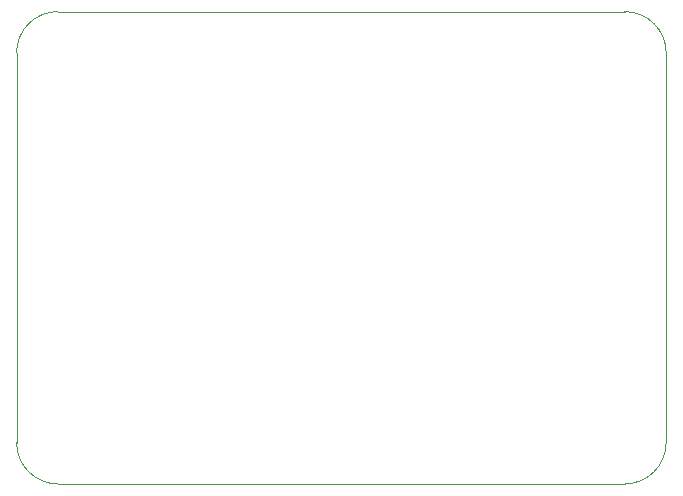
<source format=gbr>
%TF.GenerationSoftware,KiCad,Pcbnew,8.0.1*%
%TF.CreationDate,2024-12-16T22:11:15-05:00*%
%TF.ProjectId,cm,636d2e6b-6963-4616-945f-706362585858,rev?*%
%TF.SameCoordinates,Original*%
%TF.FileFunction,Profile,NP*%
%FSLAX46Y46*%
G04 Gerber Fmt 4.6, Leading zero omitted, Abs format (unit mm)*
G04 Created by KiCad (PCBNEW 8.0.1) date 2024-12-16 22:11:15*
%MOMM*%
%LPD*%
G01*
G04 APERTURE LIST*
%TA.AperFunction,Profile*%
%ADD10C,0.050000*%
%TD*%
G04 APERTURE END LIST*
D10*
X93370128Y-99280128D02*
G75*
G02*
X89869972Y-95780000I-28J3500128D01*
G01*
X144870000Y-62790000D02*
X144870000Y-95780000D01*
X141370000Y-99280128D02*
X93370128Y-99280128D01*
X89870000Y-95780000D02*
X89870000Y-62790000D01*
X144869955Y-95780000D02*
G75*
G02*
X141369945Y-99280055I-3500055J0D01*
G01*
X141370000Y-59290000D02*
G75*
G02*
X144870200Y-62790182I0J-3500200D01*
G01*
X93370400Y-59290000D02*
X141370400Y-59290000D01*
X89869872Y-62790128D02*
G75*
G02*
X93370000Y-59289972I3500128J28D01*
G01*
M02*

</source>
